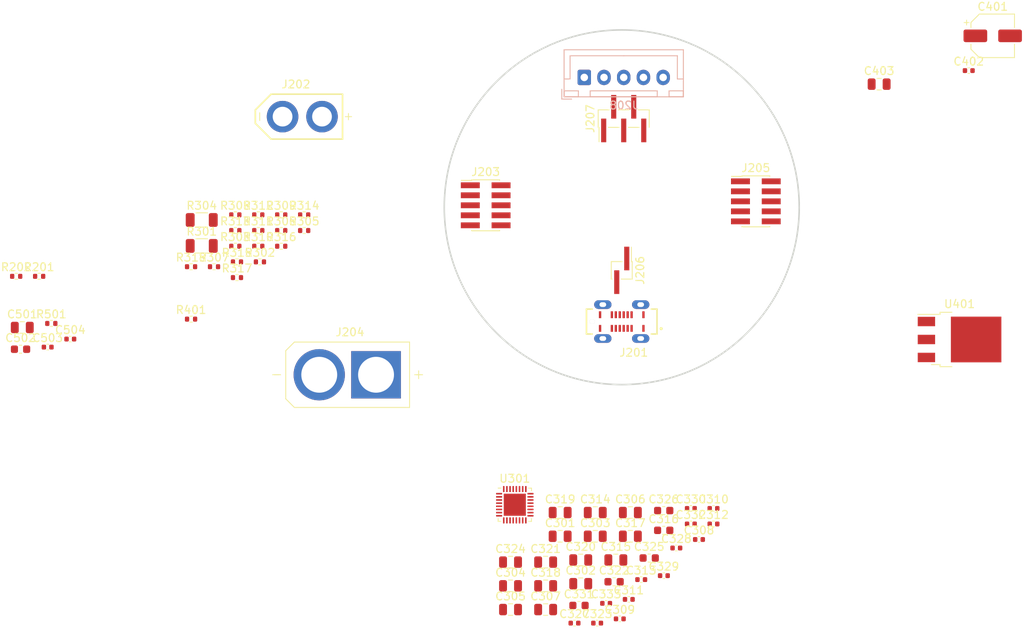
<source format=kicad_pcb>
(kicad_pcb (version 20211014) (generator pcbnew)
  (layers (0 "F.Cu" signal) (31 "B.Cu" signal) (34 "B.Paste" user) (35 "F.Paste" user) (36 "B.SilkS" user "B.Silkscreen") (37 "F.SilkS" user "F.Silkscreen") (38 "B.Mask" user) (39 "F.Mask" user) (44 "Edge.Cuts" user))
  (net 0 "")
  (net 1 "VBUS")
  (net 2 "GND")
  (net 3 "/P3-Charger/ACP")
  (net 4 "/P3-Charger/ACN")
  (net 5 "/P3-Charger/VBUS-ps")
  (net 6 "/P3-Charger/SW1")
  (net 7 "/P3-Charger/BTST1")
  (net 8 "/P3-Charger/SW2")
  (net 9 "/P3-Charger/BTST2")
  (net 10 "VOUT")
  (net 11 "/P3-Charger/VBAT-ps")
  (net 12 "+BATT")
  (net 13 "/P3-Charger/VBUS-in")
  (net 14 "/P3-Charger/VDDA")
  (net 15 "/P3-Charger/COMP1")
  (net 16 "/P3-Charger/COMP1RC")
  (net 17 "/P3-Charger/COMP2")
  (net 18 "/P3-Charger/COMP2RC")
  (net 19 "/P3-Charger/REGN")
  (net 20 "BQ_IADPT")
  (net 21 "BQ_IBAT")
  (net 22 "+3.3V")
  (net 23 "/P2-Connectors/VBUS_connector")
  (net 24 "CC1")
  (net 25 "/P2-Connectors/USB-P")
  (net 26 "/P2-Connectors/USB-N")
  (net 28 "CC2")
  (net 31 "+3V3")
  (net 32 "SDA")
  (net 33 "SCL")
  (net 34 "TUS_INT_N")
  (net 35 "BQ_CHRG_OK")
  (net 36 "BQ_EN_OTG")
  (net 37 "BQ_CMPOUT")
  (net 38 "Net-(R310-Pad1)")
  (net 41 "/P3-Charger/CELL_BATPRESZ")
  (net 42 "/P3-Charger/SRN")
  (net 43 "/P3-Charger/SRP")
  (net 44 "/P3-Charger/!BATDRV")
  (net 45 "/P3-Charger/HIDRV2")
  (net 46 "/P3-Charger/LODRV2")
  (net 47 "/P3-Charger/LODRV1")
  (net 48 "/P3-Charger/HIDRV1")
  (net 53 "/P2-Connectors/Cell4")
  (net 54 "/P2-Connectors/Cell3")
  (net 55 "/P2-Connectors/Cell2")
  (net 56 "/P2-Connectors/Cell1")
  (net 57 "Net-(D401-Pad2)")
  (footprint "Capacitor_SMD:C_0603_1608Metric" (layer "F.Cu") (at 155.32 138.48)
    (fp_text reference "C326" (at 0 -1.43) (layer "F.SilkS"))
    (fp_text value "1u")
    (pad "1" smd roundrect (at -0.775 0) (size 0.9 0.95) (layers "F.Cu" "F.Paste" "F.Mask") (net 14 "/P3-Charger/VDDA"))
    (pad "2" smd roundrect (at 0.775 0) (size 0.9 0.95) (layers "F.Cu" "F.Paste" "F.Mask") (net 2 "GND"))
  )
  (footprint "Capacitor_SMD:C_0805_2012Metric" (layer "F.Cu") (at 135.9 148.03)
    (fp_text reference "C304" (at 0 -1.68) (layer "F.SilkS"))
    (fp_text value "10u")
    (pad "1" smd roundrect (at -0.95 0) (size 1 1.45) (layers "F.Cu" "F.Paste" "F.Mask") (net 1 "VBUS"))
    (pad "2" smd roundrect (at 0.95 0) (size 1 1.45) (layers "F.Cu" "F.Paste" "F.Mask") (net 2 "GND"))
  )
  (footprint "Capacitor_SMD:C_0805_2012Metric" (layer "F.Cu") (at 140.35 145.02)
    (fp_text reference "C321" (at 0 -1.68) (layer "F.SilkS"))
    (fp_text value "10u")
    (pad "1" smd roundrect (at -0.95 0) (size 1 1.45) (layers "F.Cu" "F.Paste" "F.Mask") (net 2 "GND"))
    (pad "2" smd roundrect (at 0.95 0) (size 1 1.45) (layers "F.Cu" "F.Paste" "F.Mask") (net 10 "VOUT"))
  )
  (footprint "Capacitor_SMD:C_0402_1005Metric" (layer "F.Cu") (at 149.75 152.22)
    (fp_text reference "C309" (at 0 -1.16) (layer "F.SilkS"))
    (fp_text value "33n")
    (pad "1" smd roundrect (at -0.48 0) (size 0.56 0.62) (layers "F.Cu" "F.Paste" "F.Mask") (net 4 "/P3-Charger/ACN"))
    (pad "2" smd roundrect (at 0.48 0) (size 0.56 0.62) (layers "F.Cu" "F.Paste" "F.Mask") (net 2 "GND"))
  )
  (footprint "Resistor_SMD:R_0402_1005Metric" (layer "F.Cu") (at 106.83 100.96)
    (fp_text reference "R309" (at 0 -1.17) (layer "F.SilkS"))
    (fp_text value "100k")
    (pad "1" smd roundrect (at -0.51 0) (size 0.54 0.64) (layers "F.Cu" "F.Paste" "F.Mask") (net 41 "/P3-Charger/CELL_BATPRESZ"))
    (pad "2" smd roundrect (at 0.51 0) (size 0.54 0.64) (layers "F.Cu" "F.Paste" "F.Mask") (net 14 "/P3-Charger/VDDA"))
  )
  (footprint "Resistor_SMD:R_1206_3216Metric" (layer "F.Cu") (at 96.75 104.9)
    (fp_text reference "R301" (at 0 -1.82) (layer "F.SilkS"))
    (fp_text value "10m")
    (pad "1" smd roundrect (at -1.4625 0) (size 1.125 1.75) (layers "F.Cu" "F.Paste" "F.Mask") (roundrect_rratio 0.222222) (net 1 "VBUS"))
    (pad "2" smd roundrect (at 1.4625 0) (size 1.125 1.75) (layers "F.Cu" "F.Paste" "F.Mask") (roundrect_rratio 0.222222) (net 5 "/P3-Charger/VBUS-ps"))
  )
  (footprint "Capacitor_SMD:C_0402_1005Metric" (layer "F.Cu") (at 156.92 143.23)
    (fp_text reference "C328" (at 0 -1.16) (layer "F.SilkS"))
    (fp_text value "1800p")
    (pad "1" smd roundrect (at -0.48 0) (size 0.56 0.62) (layers "F.Cu" "F.Paste" "F.Mask") (net 16 "/P3-Charger/COMP1RC"))
    (pad "2" smd roundrect (at 0.48 0) (size 0.56 0.62) (layers "F.Cu" "F.Paste" "F.Mask") (net 2 "GND"))
  )
  (footprint "Resistor_SMD:R_0402_1005Metric" (layer "F.Cu") (at 101.01 102.95)
    (fp_text reference "R313" (at 0 -1.17) (layer "F.SilkS"))
    (fp_text value "100k")
    (pad "1" smd roundrect (at -0.51 0) (size 0.54 0.64) (layers "F.Cu" "F.Paste" "F.Mask") (net 2 "GND"))
    (pad "2" smd roundrect (at 0.51 0) (size 0.54 0.64) (layers "F.Cu" "F.Paste" "F.Mask") (net 36 "BQ_EN_OTG"))
  )
  (footprint "Capacitor_SMD:C_0402_1005Metric" (layer "F.Cu") (at 144.01 152.76)
    (fp_text reference "C327" (at 0 -1.16) (layer "F.SilkS"))
    (fp_text value "33p")
    (pad "1" smd roundrect (at -0.48 0) (size 0.56 0.62) (layers "F.Cu" "F.Paste" "F.Mask") (net 15 "/P3-Charger/COMP1"))
    (pad "2" smd roundrect (at 0.48 0) (size 0.56 0.62) (layers "F.Cu" "F.Paste" "F.Mask") (net 2 "GND"))
  )
  (footprint "Resistor_SMD:R_0402_1005Metric" (layer "F.Cu") (at 106.83 102.95)
    (fp_text reference "R306" (at 0 -1.17) (layer "F.SilkS"))
    (fp_text value "10R")
    (pad "1" smd roundrect (at -0.51 0) (size 0.54 0.64) (layers "F.Cu" "F.Paste" "F.Mask") (net 42 "/P3-Charger/SRN"))
    (pad "2" smd roundrect (at 0.51 0) (size 0.54 0.64) (layers "F.Cu" "F.Paste" "F.Mask") (net 12 "+BATT"))
  )
  (footprint "Capacitor_SMD:C_0402_1005Metric" (layer "F.Cu") (at 193.99 82.66)
    (fp_text reference "C402" (at 0 -1.16) (layer "F.SilkS"))
    (fp_text value "100n")
    (pad "1" smd roundrect (at -0.48 0) (size 0.56 0.62) (layers "F.Cu" "F.Paste" "F.Mask") (net 10 "VOUT"))
    (pad "2" smd roundrect (at 0.48 0) (size 0.56 0.62) (layers "F.Cu" "F.Paste" "F.Mask") (net 2 "GND"))
  )
  (footprint "Resistor_SMD:R_0402_1005Metric" (layer "F.Cu") (at 103.92 102.95)
    (fp_text reference "R311" (at 0 -1.17) (layer "F.SilkS"))
    (fp_text value "300k")
    (pad "1" smd roundrect (at -0.51 0) (size 0.54 0.64) (layers "F.Cu" "F.Paste" "F.Mask") (net 2 "GND"))
    (pad "2" smd roundrect (at 0.51 0) (size 0.54 0.64) (layers "F.Cu" "F.Paste" "F.Mask") (net 41 "/P3-Charger/CELL_BATPRESZ"))
  )
  (footprint "Capacitor_SMD:C_0402_1005Metric" (layer "F.Cu") (at 77.22 117.74)
    (fp_text reference "C503" (at 0 -1.16) (layer "F.SilkS"))
    (fp_text value "220p")
    (pad "1" smd roundrect (at -0.48 0) (size 0.56 0.62) (layers "F.Cu" "F.Paste" "F.Mask") (net 24 "CC1"))
    (pad "2" smd roundrect (at 0.48 0) (size 0.56 0.62) (layers "F.Cu" "F.Paste" "F.Mask") (net 2 "GND"))
  )
  (footprint "Resistor_SMD:R_0402_1005Metric" (layer "F.Cu") (at 104.13 106.93)
    (fp_text reference "R302" (at 0 -1.17) (layer "F.SilkS"))
    (fp_text value "4R99")
    (pad "1" smd roundrect (at -0.51 0) (size 0.54 0.64) (layers "F.Cu" "F.Paste" "F.Mask") (net 3 "/P3-Charger/ACP"))
    (pad "2" smd roundrect (at 0.51 0) (size 0.54 0.64) (layers "F.Cu" "F.Paste" "F.Mask") (net 1 "VBUS"))
  )
  (footprint "Imported:GCT_USB4120-03-C_REVA" (layer "F.Cu") (at 150 114.5 180)
    (fp_text reference "J201" (at -1.524 -3.937) (layer "F.SilkS"))
    (fp_text value "USB-C-2.0")
    (fp_line (start 3.85 0.26) (end 3.65 0.26) (layer "Edge.Cuts") (width 0.01))
    (fp_line (start 3.65 -0.26) (end 3.85 -0.26) (layer "Edge.Cuts") (width 0.01))
    (fp_arc (start 4.11 0) (mid 4.033848 0.183848) (end 3.85 0.26) (layer "Edge.Cuts") (width 0.01))
    (fp_arc (start 3.65 0.26) (mid 3.466152 0.183848) (end 3.39 0) (layer "Edge.Cuts") (width 0.01))
    (fp_arc (start 3.85 -0.26) (mid 4.033848 -0.183848) (end 4.11 0) (layer "Edge.Cuts") (width 0.01))
    (fp_arc (start 3.39 0) (mid 3.466152 -0.183848) (end 3.65 -0.26) (layer "Edge.Cuts") (width 0.01))
    (pad "" np_thru_hole circle (at 3.75 0 180) (size 0.52 0.52) (drill 0.52) (layers *.Cu *.Mask))
    (pad "" np_thru_hole circle (at -3.75 0 180) (size 0.52 0.52) (drill 0.52) (layers *.Cu *.Mask))
    (pad "A1" smd rect (at -2.75 -0.865 180) (size 0.3 0.87) (layers "F.Cu" "F.Paste" "F.Mask") (net 2 "GND"))
    (pad "A4" smd rect (at -1.25 -0.865 180) (size 0.3 0.87) (layers "F.Cu" "F.Paste" "F.Mask") (net 23 "/P2-Connectors/VBUS_connector"))
    (pad "A5" smd rect (at -0.75 -0.865 180) (size 0.3 0.87) (layers "F.Cu" "F.Paste" "F.Mask") (net 24 "CC1"))
    (pad "A6" smd rect (at -0.25 -0.865 180) (size 0.3 0.87) (layers "F.Cu" "F.Paste" "F.Mask") (net 25 "/P2-Connectors/USB-P"))
    (pad "A7" smd rect (at 0.25 -0.865 180) (size 0.3 0.87) (layers "F.Cu" "F.Paste" "F.Mask") (net 26 "/P2-Connectors/USB-N"))
    (pad "A8" smd rect (at 0.75 -0.865 180) (size 0.3 0.87) (layers "F.Cu" "F.Paste" "F.Mask"))
    (pad "A9" smd rect (at 1.25 -0.865 180) (size 0.3 0.87) (layers "F.Cu" "F.Paste" "F.Mask") (net 23 "/P2-Connectors/VBUS_connector"))
    (pad "A12" smd rect (at 2.75 -0.865 180) (size 0.3 0.87) (layers "F.Cu" "F.Paste" "F.Mask") (net 2 "GND"))
    (pad "B1" smd rect (at 2.75 0.865 180) (size 0.3 0.87) (layers "F.Cu" "F.Paste" "F.Mask") (net 2 "GND"))
    (pad "B4" smd rect (at 1.25 0.865 180) (size 0.3 0.87) (layers "F.Cu" "F.Paste" "F.Mask") (net 23 "/P2-Connectors/VBUS_connector"))
    (pad "B5" smd rect (at 0.75 0.865 180) (size 0.3 0.87) (layers "F.Cu" "F.Paste" "F.Mask") (net 28 "CC2"))
    (pad "B6" smd rect (at 0.25 0.865 180) (size 0.3 0.87) (layers "F.Cu" "F.Paste" "F.Mask") (net 25 "/P2-Connectors/USB-P"))
    (pad "B7" smd rect (at -0.25 0.865 180) (size 0.3 0.87) (layers "F.Cu" "F.Paste" "F.Mask") (net 26 "/P2-Connectors/USB-N"))
    (pad "B8" smd rect (at -0.75 0.865 180) (size 0.3 0.87) (layers "F.Cu" "F.Paste" "F.Mask"))
    (pad "B9" smd rect (at -1.25 0.865 180) (size 0.3 0.87) (layers "F.Cu" "F.Paste" "F.Mask") (net 23 "/P2-Connectors/VBUS_connector"))
    (pad "B12" smd rect (at -2.75 0.865 180) (size 0.3 0.87) (layers "F.Cu" "F.Paste" "F.Mask") (net 2 "GND"))
    (pad "S1" thru_hole oval (at -2.4 -2.15 180) (size 2.2 1.1) (drill oval 0.85 0.6) (layers *.Cu *.Mask))
    (pad "S2" thru_hole oval (at -2.4 2.15 180) (size 2.2 1.1) (drill oval 0.85 0.6) (layers *.Cu *.Mask))
    (pad "S3" thru_hole oval (at 2.4 -2.15 180) (size 2.2 1.1) (drill oval 0.85 0.6) (layers *.Cu *.Mask))
    (pad "S4" thru_hole oval (at 2.4 2.15 180) (size 2.2 1.1) (drill oval 0.85 0.6) (layers *.Cu *.Mask))
  )
  (footprint "Capacitor_SMD:C_0805_2012Metric" (layer "F.Cu") (at 149.25 144.75)
    (fp_text reference "C315" (at 0 -1.68) (layer "F.SilkS"))
    (fp_text value "10u")
    (pad "1" smd roundrect (at -0.95 0) (size 1 1.45) (layers "F.Cu" "F.Paste" "F.Mask") (net 2 "GND"))
    (pad "2" smd roundrect (at 0.95 0) (size 1 1.45) (layers "F.Cu" "F.Paste" "F.Mask") (net 10 "VOUT"))
  )
  (footprint "Capacitor_SMD:C_0402_1005Metric" (layer "F.Cu") (at 80.09 116.72)
    (fp_text reference "C504" (at 0 -1.16) (layer "F.SilkS"))
    (fp_text value "220p")
    (pad "1" smd roundrect (at -0.48 0) (size 0.56 0.62) (layers "F.Cu" "F.Paste" "F.Mask") (net 28 "CC2"))
    (pad "2" smd roundrect (at 0.48 0) (size 0.56 0.62) (layers "F.Cu" "F.Paste" "F.Mask") (net 2 "GND"))
  )
  (footprint "Capacitor_SMD:C_0603_1608Metric" (layer "F.Cu") (at 155.32 140.99)
    (fp_text reference "C316" (at 0 -1.43) (layer "F.SilkS"))
    (fp_text value "10u")
    (pad "1" smd roundrect (at -0.775 0) (size 0.9 0.95) (layers "F.Cu" "F.Paste" "F.Mask") (net 2 "GND"))
    (pad "2" smd roundrect (at 0.775 0) (size 0.9 0.95) (layers "F.Cu" "F.Paste" "F.Mask") (net 10 "VOUT"))
  )
  (footprint "Capacitor_SMD:C_0402_1005Metric" (layer "F.Cu") (at 158.76 140.18)
    (fp_text reference "C332" (at 0 -1.16) (layer "F.SilkS"))
    (fp_text value "100p")
    (pad "1" smd roundrect (at -0.48 0) (size 0.56 0.62) (layers "F.Cu" "F.Paste" "F.Mask") (net 20 "BQ_IADPT"))
    (pad "2" smd roundrect (at 0.48 0) (size 0.56 0.62) (layers "F.Cu" "F.Paste" "F.Mask") (net 2 "GND"))
  )
  (footprint "Capacitor_SMD:C_0805_2012Metric" (layer "F.Cu") (at 135.9 145.02)
    (fp_text reference "C324" (at 0 -1.68) (layer "F.SilkS"))
    (fp_text value "10u")
    (pad "1" smd roundrect (at -0.95 0) (size 1 1.45) (layers "F.Cu" "F.Paste" "F.Mask") (net 12 "+BATT"))
    (pad "2" smd roundrect (at 0.95 0) (size 1 1.45) (layers "F.Cu" "F.Paste" "F.Mask") (net 2 "GND"))
  )
  (footprint "Resistor_SMD:R_0402_1005Metric" (layer "F.Cu") (at 98.31 107.54)
    (fp_text reference "R307" (at 0 -1.17) (layer "F.SilkS"))
    (fp_text value "10R")
    (pad "1" smd roundrect (at -0.51 0) (size 0.54 0.64) (layers "F.Cu" "F.Paste" "F.Mask") (net 1 "VBUS"))
    (pad "2" smd roundrect (at 0.51 0) (size 0.54 0.64) (layers "F.Cu" "F.Paste" "F.Mask") (net 13 "/P3-Charger/VBUS-in"))
  )
  (footprint "Resistor_SMD:R_0402_1005Metric" (layer "F.Cu") (at 101.01 104.94)
    (fp_text reference "R303" (at 0 -1.17) (layer "F.SilkS"))
    (fp_text value "4R99")
    (pad "1" smd roundrect (at -0.51 0) (size 0.54 0.64) (layers "F.Cu" "F.Paste" "F.Mask") (net 4 "/P3-Charger/ACN"))
    (pad "2" smd roundrect (at 0.51 0) (size 0.54 0.64) (layers "F.Cu" "F.Paste" "F.Mask") (net 5 "/P3-Charger/VBUS-ps"))
  )
  (footprint "Capacitor_SMD:C_0603_1608Metric" (layer "F.Cu") (at 144.58 150.52)
    (fp_text reference "C331" (at 0 -1.43) (layer "F.SilkS"))
    (fp_text value "2u2")
    (pad "1" smd roundrect (at -0.775 0) (size 0.9 0.95) (layers "F.Cu" "F.Paste" "F.Mask") (net 19 "/P3-Charger/REGN"))
    (pad "2" smd roundrect (at 0.775 0) (size 0.9 0.95) (layers "F.Cu" "F.Paste" "F.Mask") (net 2 "GND"))
  )
  (footprint "Resistor_SMD:R_0402_1005Metric" (layer "F.Cu") (at 101.22 106.93)
    (fp_text reference "R315" (at 0 -1.17) (layer "F.SilkS"))
    (fp_text value "10k")
    (pad "1" smd roundrect (at -0.51 0) (size 0.54 0.64) (layers "F.Cu" "F.Paste" "F.Mask") (net 18 "/P3-Charger/COMP2RC"))
    (pad "2" smd roundrect (at 0.51 0) (size 0.54 0.64) (layers "F.Cu" "F.Paste" "F.Mask") (net 17 "/P3-Charger/COMP2"))
  )
  (footprint "Capacitor_SMD:C_0805_2012Metric" (layer "F.Cu") (at 135.9 151.04)
    (fp_text reference "C305" (at 0 -1.68) (layer "F.SilkS"))
    (fp_text value "10u")
    (pad "1" smd roundrect (at -0.95 0) (size 1 1.45) (layers "F.Cu" "F.Paste" "F.Mask") (net 1 "VBUS"))
    (pad "2" smd roundrect (at 0.95 0) (size 1 1.45) (layers "F.Cu" "F.Paste" "F.Mask") (net 2 "GND"))
  )
  (footprint "Capacitor_SMD:C_0402_1005Metric" (layer "F.Cu") (at 161.63 140.18)
    (fp_text reference "C312" (at 0 -1.16) (layer "F.SilkS"))
    (fp_text value "47n")
    (pad "1" smd roundrect (at -0.48 0) (size 0.56 0.62) (layers "F.Cu" "F.Paste" "F.Mask") (net 6 "/P3-Charger/SW1"))
    (pad "2" smd roundrect (at 0.48 0) (size 0.56 0.62) (layers "F.Cu" "F.Paste" "F.Mask") (net 7 "/P3-Charger/BTST1"))
  )
  (footprint "Package_TO_SOT_SMD:TO-252-3_TabPin4" (layer "F.Cu") (at 192.825 116.775)
    (fp_text reference "U401" (at 0 -4.5) (layer "F.SilkS"))
    (fp_text value "BD433M5FP")
    (pad "1" smd rect (at -4.2 -2.28) (size 2.2 1.2) (layers "F.Cu" "F.Paste" "F.Mask") (net 10 "VOUT"))
    (pad "2" smd rect (at -4.2 0) (size 2.2 1.2) (layers "F.Cu" "F.Paste" "F.Mask"))
    (pad "3" smd rect (at -4.2 2.28) (size 2.2 1.2) (layers "F.Cu" "F.Paste" "F.Mask") (net 22 "+3.3V"))
    (pad "4" smd rect (at 2.1 0) (size 6.4 5.8) (layers "F.Cu" "F.Mask") (net 2 "GND"))
  )
  (footprint "Connector_PinHeader_1.27mm:PinHeader_2x05_P1.27mm_Vertical_SMD" (layer "F.Cu") (at 167 99.25)
    (fp_text reference "J205" (at 0 -4.235) (layer "F.SilkS"))
    (fp_text value "Conn_02x05")
    (pad "1" smd rect (at -1.95 -2.54) (size 2.4 0.74) (layers "F.Cu" "F.Paste" "F.Mask") (net 31 "+3V3"))
    (pad "2" smd rect (at 1.95 -2.54) (size 2.4 0.74) (layers "F.Cu" "F.Paste" "F.Mask") (net 31 "+3V3"))
    (pad "3" smd rect (at -1.95 -1.27) (size 2.4 0.74) (layers "F.Cu" "F.Paste" "F.Mask") (net 21 "BQ_IBAT"))
    (pad "4" smd rect (at 1.95 -1.27) (size 2.4 0.74) (layers "F.Cu" "F.Paste" "F.Mask") (net 36 "BQ_EN_OTG"))
    (pad "5" smd rect (at -1.95 0) (size 2.4 0.74) (layers "F.Cu" "F.Paste" "F.Mask") (net 2 "GND"))
    (pad "6" smd rect (at 1.95 0) (size 2.4 0.74) (layers "F.Cu" "F.Paste" "F.Mask") (net 2 "GND"))
    (pad "7" smd rect (at -1.95 1.27) (size 2.4 0.74) (layers "F.Cu" "F.Paste" "F.Mask") (net 20 "BQ_IADPT"))
    (pad "8" smd rect (at 1.95 1.27) (size 2.4 0.74) (layers "F.Cu" "F.Paste" "F.Mask") (net 37 "BQ_CMPOUT"))
    (pad "9" smd rect (at -1.95 2.54) (size 2.4 0.74) (layers "F.Cu" "F.Paste" "F.Mask") (net 2 "GND"))
    (pad "10" smd rect (at 1.95 2.54) (size 2.4 0.74) (layers "F.Cu" "F.Paste" "F.Mask") (net 2 "GND"))
  )
  (footprint "Resistor_SMD:R_0402_1005Metric" (layer "F.Cu") (at 103.92 100.96)
    (fp_text reference "R312" (at 0 -1.17) (layer "F.SilkS"))
    (fp_text value "100k")
    (pad "1" smd roundrect (at -0.51 0) (size 0.54 0.64) (layers "F.Cu" "F.Paste" "F.Mask") (net 2 "GND"))
    (pad "2" smd roundrect (at 0.51 0) (size 0.54 0.64) (layers "F.Cu" "F.Paste" "F.Mask") (net 38 "Net-(R310-Pad1)"))
  )
  (footprint "Capacitor_SMD:C_0805_2012Metric" (layer "F.Cu") (at 142.19 138.73)
    (fp_text reference "C319" (at 0 -1.68) (layer "F.SilkS"))
    (fp_text value "10u")
    (pad "1" smd roundrect (at -0.95 0) (size 1 1.45) (layers "F.Cu" "F.Paste" "F.Mask") (net 2 "GND"))
    (pad "2" smd roundrect (at 0.95 0) (size 1 1.45) (layers "F.Cu" "F.Paste" "F.Mask") (net 10 "VOUT"))
  )
  (footprint "Capacitor_SMD:C_0805_2012Metric" (layer "F.Cu") (at 140.35 151.04)
    (fp_text reference "C307" (at 0 -1.68) (layer "F.SilkS"))
    (fp_text value "10u")
    (pad "1" smd roundrect (at -0.95 0) (size 1 1.45) (layers "F.Cu" "F.Paste" "F.Mask") (net 1 "VBUS"))
    (pad "2" smd roundrect (at 0.95 0) (size 1 1.45) (layers "F.Cu" "F.Paste" "F.Mask") (net 2 "GND"))
  )
  (footprint "Capacitor_SMD:C_0402_1005Metric" (layer "F.Cu") (at 158.76 138.21)
    (fp_text reference "C330" (at 0 -1.16) (layer "F.SilkS"))
    (fp_text value "680p")
    (pad "1" smd roundrect (at -0.48 0) (size 0.56 0.62) (layers "F.Cu" "F.Paste" "F.Mask") (net 18 "/P3-Charger/COMP2RC"))
    (pad "2" smd roundrect (at 0.48 0) (size 0.56 0.62) (layers "F.Cu" "F.Paste" "F.Mask") (net 2 "GND"))
  )
  (footprint "Capacitor_SMD:C_0402_1005Metric" (layer "F.Cu") (at 148.02 150.25)
    (fp_text reference "C333" (at 0 -1.16) (layer "F.SilkS"))
    (fp_text value "100p")
    (pad "1" smd roundrect (at -0.48 0) (size 0.56 0.62) (layers "F.Cu" "F.Paste" "F.Mask") (net 21 "BQ_IBAT"))
    (pad "2" smd roundrect (at 0.48 0) (size 0.56 0.62) (layers "F.Cu" "F.Paste" "F.Mask") (net 2 "GND"))
  )
  (footprint "Capacitor_SMD:C_0402_1005Metric" (layer "F.Cu") (at 155.34 146.74)
    (fp_text reference "C329" (at 0 -1.16) (layer "F.SilkS"))
    (fp_text value "15p")
    (pad "1" smd roundrect (at -0.48 0) (size 0.56 0.62) (layers "F.Cu" "F.Paste" "F.Mask") (net 17 "/P3-Charger/COMP2"))
    (pad "2" smd roundrect (at 0.48 0) (size 0.56 0.62) (layers "F.Cu" "F.Paste" "F.Mask") (net 2 "GND"))
  )
  (footprint "Capacitor_SMD:C_0402_1005Metric" (layer "F.Cu") (at 159.79 142.15)
    (fp_text reference "C308" (at 0 -1.16) (layer "F.SilkS"))
    (fp_text value "33n")
    (pad "1" smd roundrect (at -0.48 0) (size 0.56 0.62) (layers "F.Cu" "F.Paste" "F.Mask") (net 3 "/P3-Charger/ACP"))
    (pad "2" smd roundrect (at 0.48 0) (size 0.56 0.62) (layers "F.Cu" "F.Paste" "F.Mask") (net 2 "GND"))
  )
  (footprint "Connector_PinHeader_1.27mm:PinHeader_1x02_P1.27mm_Vertical_SMD_Pin1Left" (layer "F.Cu") (at 150 108 -90)
    (fp_text reference "J206" (at 0 -2.33 90) (layer "F.SilkS"))
    (fp_text value "Conn_01x02_Male")
    (pad "1" smd rect (at -1.5 -0.635 270) (size 3 0.65) (layers "F.Cu" "F.Paste" "F.Mask") (net 26 "/P2-Connectors/USB-N"))
    (pad "2" smd rect (at 1.5 0.635 270) (size 3 0.65) (layers "F.Cu" "F.Paste" "F.Mask") (net 25 "/P2-Connectors/USB-P"))
  )
  (footprint "Resistor_SMD:R_1206_3216Metric" (layer "F.Cu") (at 96.75 101.61)
    (fp_text reference "R304" (at 0 -1.82) (layer "F.SilkS"))
    (fp_text value "10m")
    (pad "1" smd roundrect (at -1.4625 0) (size 1.125 1.75) (layers "F.Cu" "F.Paste" "F.Mask") (roundrect_rratio 0.222222) (net 11 "/P3-Charger/VBAT-ps"))
    (pad "2" smd roundrect (at 1.4625 0) (size 1.125 1.75) (layers "F.Cu" "F.Paste" "F.Mask") (roundrect_rratio 0.222222) (net 12 "+BATT"))
  )
  (footprint "Capacitor_SMD:C_0805_2012Metric" (layer "F.Cu") (at 144.8 147.76)
    (fp_text reference "C302" (at 0 -1.68) (layer "F.SilkS"))
    (fp_text value "10u")
    (pad "1" smd roundrect (at -0.95 0) (size 1 1.45) (layers "F.Cu" "F.Paste" "F.Mask") (net 1 "VBUS"))
    (pad "2" smd roundrect (at 0.95 0) (size 1 1.45) (layers "F.Cu" "F.Paste" "F.Mask") (net 2 "GND"))
  )
  (footprint "Capacitor_SMD:C_0603_1608Metric" (layer "F.Cu") (at 153.48 144.5)
    (fp_text reference "C325" (at 0 -1.43) (layer "F.SilkS"))
    (fp_text value "1u")
    (pad "1" smd roundrect (at -0.775 0) (size 0.9 0.95) (layers "F.Cu" "F.Paste" "F.Mask") (net 13 "/P3-Charger/VBUS-in"))
    (pad "2" smd roundrect (at 0.775 0) (size 0.9 0.95) (layers "F.Cu" "F.Paste" "F.Mask") (net 2 "GND"))
  )
  (footprint "Capacitor_SMD:CP_Elec_5x5.3" (layer "F.Cu") (at 197.03 78.25)
    (fp_text reference "C401" (at 0 -3.7) (layer "F.SilkS"))
    (fp_text value "22u")
    (pad "1" smd roundrect (at -2.2 0) (size 3 1.6) (layers "F.Cu" "F.Paste" "F.Mask") (roundrect_rratio 0.15625) (net 10 "VOUT"))
    (pad "2" smd roundrect (at 2.2 0) (size 3 1.6) (layers "F.Cu" "F.Paste" "F.Mask") (roundrect_rratio 0.15625) (net 2 "GND"))
  )
  (footprint "Capacitor_SMD:C_0805_2012Metric" (layer "F.Cu") (at 151.09 138.73)
    (fp_text reference "C306" (at 0 -1.68) (layer "F.SilkS"))
    (fp_text value "10u")
    (pad "1" smd roundrect (at -0.95 0) (size 1 1.45) (layers "F.Cu" "F.Paste" "F.Mask") (net 1 "VBUS"))
    (pad "2" smd roundrect (at 0.95 0) (size 1 1.45) (layers "F.Cu" "F.Paste" "F.Mask") (net 2 "GND"))
  )
  (footprint "Resistor_SMD:R_0402_1005Metric" (layer "F.Cu") (at 103.92 104.94)
    (fp_text reference "R310" (at 0 -1.17) (layer "F.SilkS"))
    (fp_text value "174k")
    (pad "1" smd roundrect (at -0.51 0) (size 0.54 0.64) (layers "F.Cu" "F.Paste" "F.Mask") (net 38 "Net-(R310-Pad1)"))
    (pad "2" smd roundrect (at 0.51 0) (size 0.54 0.64) (layers "F.Cu" "F.Paste" "F.Mask") (net 14 "/P3-Charger/VDDA"))
  )
  (footprint "Capacitor_SMD:C_0603_1608Metric" (layer "F.Cu") (at 149.03 147.51)
    (fp_text reference "C322" (at 0 -1.43) (layer "F.SilkS"))
    (fp_text value "1u")
    (pad "1" smd roundrect (at -0.775 0) (size 0.9 0.95) (layers "F.Cu" "F.Paste" "F.Mask") (net 11 "/P3-Charger/VBAT-ps"))
    (pad "2" smd roundrect (at 0.775 0) (size 0.9 0.95) (layers "F.Cu" "F.Paste" "F.Mask") (net 2 "GND"))
  )
  (footprint "Eldalote-footprints:XT60" (layer "F.Cu") (at 115.25 121.25)
    (fp_text reference "J204" (at 0.3 -5.4 unlocked) (layer "F.SilkS"))
    (fp_text value "XT60")
    (pad "N" thru_hole circle (at -3.6 0) (size 6.5 6.5) (drill 4.55) (layers *.Cu *.Mask) (net 2 "GND"))
    (pad "P" thru_hole rect (at 3.6 0) (size 6.3 6) (drill 4.55) (layers *.Cu *.Mask) (net 12 "+BATT"))
  )
  (footprint "Capacitor_SMD:C_0805_2012Metric" (layer "F.Cu") (at 142.19 141.74)
    (fp_text reference "C301" (at 0 -1.68) (layer "F.SilkS"))
    (fp_text value "10u")
    (pad "1" smd roundrect (at -0.95 0) (size 1 1.45) (layers "F.Cu" "F.Paste" "F.Mask") (net 1 "VBUS"))
    (pad "2" smd roundrect (at 0.95 0) (size 1 1.45) (layers "F.Cu" "F.Paste" "F.Mask") (net 2 "GND"))
  )
  (footprint "Capacitor_SMD:C_0402_1005Metric" (layer "F.Cu") (at 161.63 138.21)
    (fp_text reference "C310" (at 0 -1.16) (layer "F.SilkS"))
    (fp_text value "10n")
    (pad "1" smd roundrect (at -0.48 0) (size 0.56 0.62) (layers "F.Cu" "F.Paste" "F.Mask") (net 5 "/P3-Charger/VBUS-ps"))
    (pad "2" smd roundrect (at 0.48 0) (size 0.56 0.62) (layers "F.Cu" "F.Paste" "F.Mask") (net 2 "GND"))
  )
  (footprint "Capacitor_SMD:C_0603_1608Metric" (layer "F.Cu") (at 73.78 118.01)
    (fp_text reference "C502" (at 0 -1.43) (layer "F.SilkS"))
    (fp_text value "1u")
    (pad "1" smd roundrect (at -0.775 0) (size 0.9 0.95) (layers "F.Cu" "F.Paste" "F.Mask") (net 22 "+3.3V"))
    (pad "2" smd roundrect (at 0.775 0) (size 0.9 0.95) (layers "F.Cu" "F.Paste" "F.Mask") (net 2 "GND"))
  )
  (footprint "Capacitor_SMD:C_0805_2012Metric" (layer "F.Cu") (at 146.64 141.74)
    (fp_text reference "C303" (at 0 -1.68) (layer "F.SilkS"))
    (fp_text value "10u")
    (pad "1" smd roundrect (at -0.95 0) (size 1 1.45) (layers "F.Cu" "F.Paste" "F.Mask") (net 1 "VBUS"))
    (pad "2" smd roundrect (at 0.95 0) (size 1 1.45) (layers "F.Cu" "F.Paste" "F.Mask") (net 2 "GND"))
  )
  (footprint "Capacitor_SMD:C_0402_1005Metric" (layer "F.Cu") (at 146.88 152.76)
    (fp_text reference "C323" (at 0 -1.16) (layer "F.SilkS"))
    (fp_text value "100n")
    (pad "1" smd roundrect (at -0.48 0) (size 0.56 0.62) (layers "F.Cu" "F.Paste" "F.Mask") (net 11 "/P3-Charger/VBAT-ps"))
    (pad "2" smd roundrect (at 0.48 0) (size 0.56 0.62) (layers "F.Cu" "F.Paste" "F.Mask") (net 12 "+BATT"))
  )
  (footprint "Capacitor_SMD:C_0805_2012Metric" (layer "F.Cu") (at 140.35 148.03)
    (fp_text reference "C318" (at 0 -1.68) (layer "F.SilkS"))
    (fp_text value "10u")
    (pad "1" smd roundrect (at -0.95 0) (size 1 1.45) (layers "F.Cu" "F.Paste" "F.Mask") (net 2 "GND"))
    (pad "2" smd roundrect (at 0.95 0) (size 1 1.45) (layers "F.Cu" "F.Paste" "F.Mask") (net 10 "VOUT"))
  )
  (footprint "Resistor_SMD:R_0402_1005Metric" (layer "F.Cu") (at 77.68 114.74)
    (fp_text reference "R501" (at 0 -1.17) (layer "F.SilkS"))
    (fp_text value "200k")
    (pad "1" smd roundrect (at -0.51 0) (size 0.54 0.64) (layers "F.Cu" "F.Paste" "F.Mask") (net 22 "+3.3V"))
    (pad "2" smd roundrect (at 0.51 0) (size 0.54 0.64) (layers "F.Cu" "F.Paste" "F.Mask") (net 34 "TUS_INT_N"))
  )
  (footprint "Capacitor_SMD:C_0402_1005Metric" (layer "F.Cu") (at 150.89 149.75)
    (fp_text reference "C311" (at 0 -1.16) (layer "F.SilkS"))
    (fp_text value "1n")
    (pad "1" smd roundrect (at -0.48 0) (size 0.56 0.62) (layers "F.Cu" "F.Paste" "F.Mask") (net 5 "/P3-Charger/VBUS-ps"))
    (pad "2" smd roundrect (at 0.48 0) (size 0.56 0.62) (layers "F.Cu" "F.Paste" "F.Mask") (net 2 "GND"))
  )
  (footprint "Connector_PinHeader_1.27mm:PinHeader_2x05_P1.27mm_Vertical_SMD" (layer "F.Cu") (at 132.75 99.75)
    (fp_text reference "J203" (at 0 -4.235) (layer "F.SilkS"))
    (fp_text value "Conn_02x05")
    (pad "1" smd rect (at -1.95 -2.54) (size 2.4 0.74) (layers "F.Cu" "F.Paste" "F.Mask") (net 31 "+3V3"))
    (pad "2" smd rect (at 1.95 -2.54) (size 2.4 0.74) (layers "F.Cu" "F.Paste" "F.Mask") (net 31 "+3V3"))
    (pad "3" smd rect (at -1.95 -1.27) (size 2.4 0.74) (layers "F.Cu" "F.Paste" "F.Mask") (net 32 "SDA"))
    (pad "4" smd rect (at 1.95 -1.27) (size 2.4 0.74) (layers "F.Cu" "F.Paste" "F.Mask") (net 33 "SCL"))
    (pad "5" smd rect (at -1.95 0) (size 2.4 0.74) (layers "F.Cu" "F.Paste" "F.Mask") (net 2 "GND"))
    (pad "6" smd rect (at 1.95 0) (size 2.4 0.74) (layers "F.Cu" "F.Paste" "F.Mask") (net 2 "GND"))
    (pad "7" smd rect (at -1.95 1.27) (size 2.4 0.74) (layers "F.Cu" "F.Paste" "F.Mask") (net 34 "TUS_INT_N"))
    (pad "8" smd rect (at 1.95 1.27) (size 2.4 0.74) (layers "F.Cu" "F.Paste" "F.Mask") (net 35 "BQ_CHRG_OK"))
    (pad "9" smd rect (at -1.95 2.54) (size 2.4 0.74) (layers "F.Cu" "F.Paste" "F.Mask") (net 2 "GND"))
    (pad "10" smd rect (at 1.95 2.54) (size 2.4 0.74) (layers "F.Cu" "F.Paste" "F.Mask") (net 2 "GND"))
  )
  (footprint "Resistor_SMD:R_0402_1005Metric" (layer "F.Cu") (at 76.14 108.76)
    (fp_text reference "R201" (at 0 -1.17) (layer "F.SilkS"))
    (fp_text value "5k1")
    (pad "1" smd roundrect (at -0.51 0) (size 0.54 0.64) (layers "F.Cu" "F.Paste" "F.Mask") (net 28 "CC2"))
    (pad "2" smd roundrect (at 0.51 0) (size 0.54 0.64) (layers "F.Cu" "F.Paste" "F.Mask") (net 2 "GND"))
  )
  (footprint "Capacitor_SMD:C_0402_1005Metric" (layer "F.Cu") (at 152.47 147.24)
    (fp_text reference "C313" (at 0 -1.16) (layer "F.SilkS"))
    (fp_text value "47n")
    (pad "1" smd roundrect (at -0.48 0) (size 0.56 0.62) (layers "F.Cu" "F.Paste" "F.Mask") (net 8 "/P3-Charger/SW2"))
    (pad "2" smd roundrect (at 0.48 0) (size 0.56 0.62) (layers "F.Cu" "F.Paste" "F.Mask") (net 9 "/P3-Charger/BTST2"))
  )
  (footprint "Eldalote-footprints:XT30" (layer "F.Cu") (at 109.5 88.5)
    (fp_text reference "J202" (at -0.8 -4.1 unlocked) (layer "F.SilkS"))
    (fp_text value "XT30")
    (pad "1" thru_hole circle (at -2.5 0) (size 4 4) (drill 2.5) (layers *.Cu *.Mask) (net 2 "GND"))
    (pad "2" thru_hole circle (at 2.5 0) (size 4 4) (drill 2.5) (layers *.Cu *.Mask) (net 10 "VOUT"))
  )
  (footprint "Capacitor_SMD:C_0805_2012Metric" (layer "F.Cu") (at 151.09 141.74)
    (fp_text reference "C317" (at 0 -1.68) (layer "F.SilkS"))
    (fp_text value "10u")
    (pad "1" smd roundrect (at -0.95 0) (size 1 1.45) (layers "F.Cu" "F.Paste" "F.Mask") (net 2 "GND"))
    (pad "2" smd roundrect (at 0.95 0) (size 1 1.45) (layers "F.Cu" "F.Paste" "F.Mask") (net 10 "VOUT"))
  )
  (footprint "Resistor_SMD:R_0402_1005Metric" (layer "F.Cu") (at 95.4 114.19)
    (fp_text reference "R401" (at 0 -1.17) (layer "F.SilkS"))
    (fp_text value "649R")
    (pad "1" smd roundrect (at -0.51 0) (size 0.54 0.64) (layers "F.Cu" "F.Paste" "F.Mask") (net 22 "+3.3V"))
    (pad "2" smd roundrect (at 0.51 0) (size 0.54 0.64) (layers "F.Cu" "F.Paste" "F.Mask") (net 57 "Net-(D401-Pad2)"))
  )
  (footprint "Connector_PinHeader_1.27mm:PinHeader_1x05_P1.27mm_Vertical_SMD_Pin1Left" (layer "F.Cu") (at 150.25 88.75 90)
    (fp_text reference "J207" (at 0 -4.235 90) (layer "F.SilkS"))
    (fp_text value "Conn_01x05_Male")
    (pad "1" smd rect (at -1.5 -2.54 90) (size 3 0.65) (layers "F.Cu" "F.Paste" "F.Mask") (net 53 "/P2-Connectors/Cell4"))
    (pad "2" smd rect (at 1.5 -1.27 90) (size 3 0.65) (layers "F.Cu" "F.Paste" "F.Mask") (net 54 "/P2-Connectors/Cell3"))
    (pad "3" smd rect (at -1.5 0 90) (size 3 0.65) (layers "F.Cu" "F.Paste" "F.Mask") (net 55 "/P2-Connectors/Cell2"))
    (pad "4" smd rect (at 1.5 1.27 90) (size 3 0.65) (layers "F.Cu" "F.Paste" "F.Mask") (net 56 "/P2-Connectors/Cell1"))
    (pad "5" smd rect (at -1.5 2.54 90) (size 3 0.65) (layers "F.Cu" "F.Paste" "F.Mask") (net 2 "GND"))
  )
  (footprint "Capacitor_SMD:C_0805_2012Metric" (layer "F.Cu") (at 146.64 138.73)
    (fp_text reference "C314" (at 0 -1.68) (layer "F.SilkS"))
    (fp_text value "10u")
    (pad "1" smd roundrect (at -0.95 0) (size 1 1.45) (layers "F.Cu" "F.Paste" "F.Mask") (net 2 "GND"))
    (pad "2" smd roundrect (at 0.95 0) (size 1 1.45) (layers "F.Cu" "F.Paste" "F.Mask") (net 10 "VOUT"))
  )
  (footprint "Resistor_SMD:R_0402_1005Metric" (layer "F.Cu") (at 101.01 100.96)
    (fp_text reference "R308" (at 0 -1.17) (layer "F.SilkS"))
    (fp_text value "10R")
    (pad "1" smd roundrect (at -0.51 0) (size 0.54 0.64) (layers "F.Cu" "F.Paste" "F.Mask") (net 19 "/P3-Charger/REGN"))
    (pad "2" smd roundrect (at 0.51 0) (size 0.54 0.64) (layers "F.Cu" "F.Paste" "F.Mask") (net 14 "/P3-Charger/VDDA"))
  )
  (footprint "Resistor_SMD:R_0402_1005Metric" (layer "F.Cu") (at 109.74 102.95)
    (fp_text reference "R305" (at 0 -1.17) (layer "F.SilkS"))
    (fp_text value "10R")
    (pad "1" smd roundrect (at -0.51 0) (size 0.54 0.64) (layers "F.Cu" "F.Paste" "F.Mask") (net 43 "/P3-Charger/SRP"))
    (pad "2" smd roundrect (at 0.51 0) (size 0.54 0.64) (layers "F.Cu" "F.Paste" "F.Mask") (net 11 "/P3-Charger/VBAT-ps"))
  )
  (footprint "Resistor_SMD:R_0402_1005Metric" (layer "F.Cu") (at 73.23 108.76)
    (fp_text reference "R202" (at 0 -1.17) (layer "F.SilkS"))
    (fp_text value "5k1")
    (pad "1" smd roundrect (at -0.51 0) (size 0.54 0.64) (layers "F.Cu" "F.Paste" "F.Mask") (net 24 "CC1"))
    (pad "2" smd roundrect (at 0.51 0) (size 0.54 0.64) (layers "F.Cu" "F.Paste" "F.Mask") (net 2 "GND"))
  )
  (footprint "Resistor_SMD:R_0402_1005Metric" (layer "F.Cu") (at 109.74 100.96)
    (fp_text reference "R314" (at 0 -1.17) (layer "F.SilkS"))
    (fp_text value "40K2")
    (pad "1" smd roundrect (at -0.51 0) (size 0.54 0.64) (layers "F.Cu" "F.Paste" "F.Mask") (net 16 "/P3-Charger/COMP1RC"))
    (pad "2" smd roundrect (at 0.51 0) (size 0.54 0.64) (layers "F.Cu" "F.Paste" "F.Mask") (net 15 "/P3-Charger/COMP1"))
  )
  (footprint "Resistor_SMD:R_0402_1005Metric" (layer "F.Cu") (at 106.83 104.94)
    (fp_text reference "R316" (at 0 -1.17) (layer "F.SilkS"))
    (fp_text value "10k")
    (pad "1" smd roundrect (at -0.51 0) (size 0.54 0.64) (layers "F.Cu" "F.Paste" "F.Mask") (net 35 "BQ_CHRG_OK"))
    (pad "2" smd roundrect (at 0.51 0) (size 0.54 0.64) (layers "F.Cu" "F.Paste" "F.Mask") (net 22 "+3.3V"))
  )
  (footprint "Capacitor_SMD:C_0805_2012Metric" (layer "F.Cu") (at 144.8 144.75)
    (fp_text reference "C320" (at 0 -1.68) (layer "F.SilkS"))
    (fp_text value "10u")
    (pad "1" smd roundrect (at -0.95 0) (size 1 1.45) (layers "F.Cu" "F.Paste" "F.Mask") (net 2 "GND"))
    (pad "2" smd roundrect (at 0.95 0) (size 1 1.45) (layers "F.Cu" "F.Paste" "F.Mask") (net 10 "VOUT"))
  )
  (footprint "Resistor_SMD:R_0402_1005Metric" (layer "F.Cu") (at 95.4 107.54)
    (fp_text reference "R318" (at 0 -1.17) (layer "F.SilkS"))
    (fp_text value "137k")
    (pad "1" smd roundrect (at -0.51 0) (size 0.54 0.64) (layers "F.Cu" "F.Paste" "F.Mask") (net 2 "GND"))
    (pad "2" smd roundrect (at 0.51 0) (size 0.54 0.64) (layers "F.Cu" "F.Paste" "F.Mask") (net 20 "BQ_IADPT"))
  )
  (footprint "Capacitor_SMD:C_0805_2012Metric" (layer "F.Cu") (at 74 115.25)
    (fp_text reference "C501" (at 0 -1.68) (layer "F.SilkS"))
    (fp_text value "10u")
    (pad "1" smd roundrect (at -0.95 0) (size 1 1.45) (layers "F.Cu" "F.Paste" "F.Mask") (net 1 "VBUS"))
    (pad "2" smd roundrect (at 0.95 0) (size 1 1.45) (layers "F.Cu" "F.Paste" "F.Mask") (net 2 "GND"))
  )
  (footprint "Capacitor_SMD:C_0805_2012Metric" (layer "F.Cu") (at 182.63 84.38)
    (fp_text reference "C403" (at 0 -1.68) (layer "F.SilkS"))
    (fp_text value "10u")
    (pad "1" smd roundrect (at -0.95 0) (size 1 1.45) (layers "F.Cu" "F.Paste" "F.Mask") (net 22 "+3.3V"))
    (pad "2" smd roundrect (at 0.95 0) (size 1 1.45) (layers "F.Cu" "F.Paste" "F.Mask") (net 2 "GND"))
  )
  (footprint "Resistor_SMD:R_0402_1005Metric" (layer "F.Cu") (at 101.22 108.92)
    (fp_text reference "R317" (at 0 -1.17) (layer "F.SilkS"))
    (fp_text value "10k")
    (pad "1" smd roundrect (at -0.51 0) (size 0.54 0.64) (layers "F.Cu" "F.Paste" "F.Mask") (net 37 "BQ_CMPOUT"))
    (pad "2" smd roundrect (at 0.51 0) (size 0.54 0.64) (layers "F.Cu" "F.Paste" "F.Mask") (net 22 "+3.3V"))
  )
  (footprint "Package_DFN_QFN:Texas_S-PWQFN-N32_EP2.8x2.8mm" (layer "F.Cu") (at 136.44 137.74)
    (fp_text reference "U301" (at 0 -3.32) (layer "F.SilkS"))
    (fp_text value "BQ25713")
    (pad "1" smd roundrect (at -1.9875 -1.4) (size 0.775 0.2) (layers "F.Cu" "F.Paste" "F.Mask") (net 13 "/P3-Charger/VBUS-in"))
    (pad "2" smd roundrect (at -1.9875 -1) (size 0.775 0.2) (layers "F.Cu" "F.Paste" "F.Mask") (net 4 "/P3-Charger/ACN"))
    (pad "3" smd roundrect (at -1.9875 -0.6) (size 0.775 0.2) (layers "F.Cu" "F.Paste" "F.Mask") (net 3 "/P3-Charger/ACP"))
    (pad "4" smd roundrect (at -1.9875 -0.2) (size 0.775 0.2) (layers "F.Cu" "F.Paste" "F.Mask") (net 35 "BQ_CHRG_OK"))
    (pad "5" smd roundrect (at -1.9875 0.2) (size 0.775 0.2) (layers "F.Cu" "F.Paste" "F.Mask") (net 36 "BQ_EN_OTG"))
    (pad "6" smd roundrect (at -1.9875 0.6) (size 0.775 0.2) (layers "F.Cu" "F.Paste" "F.Mask") (net 38 "Net-(R310-Pad1)"))
    (pad "7" smd roundrect (at -1.9875 1) (size 0.775 0.2) (layers "F.Cu" "F.Paste" "F.Mask") (net 14 "/P3-Charger/VDDA"))
    (pad "8" smd roundrect (at -1.9875 1.4) (size 0.775 0.2) (layers "F.Cu" "F.Paste" "F.Mask") (net 20 "BQ_IADPT"))
    (pad "9" smd roundrect (at -1.4 1.9875) (size 0.2 0.775) (layers "F.Cu" "F.Paste" "F.Mask") (net 21 "BQ_IBAT"))
    (pad "10" smd roundrect (at -1 1.9875) (size 0.2 0.775) (layers "F.Cu" "F.Paste" "F.Mask"))
    (pad "11" smd roundrect (at -0.6 1.9875) (size 0.2 0.775) (layers "F.Cu" "F.Paste" "F.Mask"))
    (pad "12" smd roundrect (at -0.2 1.9875) (size 0.2 0.775) (layers "F.Cu" "F.Paste" "F.Mask") (net 32 "SDA"))
    (pad "13" smd roundrect (at 0.2 1.9875) (size 0.2 0.775) (layers "F.Cu" "F.Paste" "F.Mask") (net 33 "SCL"))
    (pad "14" smd roundrect (at 0.6 1.9875) (size 0.2 0.775) (layers "F.Cu" "F.Paste" "F.Mask") (net 2 "GND"))
    (pad "15" smd roundrect (at 1 1.9875) (size 0.2 0.775) (layers "F.Cu" "F.Paste" "F.Mask") (net 37 "BQ_CMPOUT"))
    (pad "16" smd roundrect (at 1.4 1.9875) (size 0.2 0.775) (layers "F.Cu" "F.Paste" "F.Mask") (net 15 "/P3-Charger/COMP1"))
    (pad "17" smd roundrect (at 1.9875 1.4) (size 0.775 0.2) (layers "F.Cu" "F.Paste" "F.Mask") (net 17 "/P3-Charger/COMP2"))
    (pad "18" smd roundrect (at 1.9875 1) (size 0.775 0.2) (layers "F.Cu" "F.Paste" "F.Mask") (net 41 "/P3-Charger/CELL_BATPRESZ"))
    (pad "19" smd roundrect (at 1.9875 0.6) (size 0.775 0.2) (layers "F.Cu" "F.Paste" "F.Mask") (net 42 "/P3-Charger/SRN"))
    (pad "20" smd roundrect (at 1.9875 0.2) (size 0.775 0.2) (layers "F.Cu" "F.Paste" "F.Mask") (net 43 "/P3-Charger/SRP"))
    (pad "21" smd roundrect (at 1.9875 -0.2) (size 0.775 0.2) (layers "F.Cu" "F.Paste" "F.Mask") (net 44 "/P3-Charger/!BATDRV"))
    (pad "22" smd roundrect (at 1.9875 -0.6) (size 0.775 0.2) (layers "F.Cu" "F.Paste" "F.Mask") (net 10 "VOUT"))
    (pad "23" smd roundrect (at 1.9875 -1) (size 0.775 0.2) (layers "F.Cu" "F.Paste" "F.Mask") (net 8 "/P3-Charger/SW2"))
    (pad "24" smd roundrect (at 1.9875 -1.4) (size 0.775 0.2) (layers "F.Cu" "F.Paste" "F.Mask") (net 45 "/P3-Charger/HIDRV2"))
    (pad "25" smd roundrect (at 1.4 -1.9875) (size 0.2 0.775) (layers "F.Cu" "F.Paste" "F.Mask") (net 9 "/P3-Charger/BTST2"))
    (pad "26" smd roundrect (at 1 -1.9875) (size 0.2 0.775) (layers "F.Cu" "F.Paste" "F.Mask") (net 46 "/P3-Charger/LODRV2"))
    (pad "27" smd roundrect (at 0.6 -1.9875) (size 0.2 0.775) (layers "F.Cu" "F.Paste" "F.Mask") (net 2 "GND"))
    (pad "28" smd roundrect (at 0.2 -1.9875) (size 0.2 0.775) (layers "F.Cu" "F.Paste" "F.Mask") (net 19 "/P3-Charger/REGN"))
    (pad "29" smd roundrect (at -0.2 -1.9875) (size 0.2 0.775) (layers "F.Cu" "F.Paste" "F.Mask") (net 47 "/P3-Charger/LODRV1"))
    (pad "30" smd roundrect (at -0.6 -1.9875) (size 0.2 0.775) (layers "F.Cu" "F.Paste" "F.Mask") (net 7 "/P3-Charger/BTST1"))
    (pad "31" smd roundrect (at -1 -1.9875) (size 0.2 0.775) (layers "F.Cu" "F.Paste" "F.Mask") (net 48 "/P3-Charger/HIDRV1"))
    (pad "32" smd roundrect (at -1.4 -1.9875) (size 0.2 0.775) (layers "F.Cu" "F.Paste" "F.Mask") (net 6 "/P3-Charger/SW1"))
    (pad "33" smd rect (at 0 0) (size 2.8 2.8) (layers "F.Cu" "F.Mask") (net 2 "GND"))
  )
  (footprint "Connector_JST:JST_XH_B5B-XH-A_1x05_P2.50mm_Vertical" (layer "B.Cu") (at 145.25 83.525)
    (fp_text reference "J208" (at 5 3.55) (layer "B.SilkS") (effects (justify mirror)))
    (fp_text value "JST_B5B_XH")
    (pad "1" thru_hole roundrect (at 0 0) (size 1.7 1.95) (drill 0.95) (layers *.Cu *.Mask) (roundrect_rratio 0.147059) (net 53 "/P2-Connectors/Cell4"))
    (pad "2" thru_hole oval (at 2.5 0) (size 1.7 1.95) (drill 0.95) (layers *.Cu *.Mask) (net 54 "/P2-Connectors/Cell3"))
    (pad "3" thru_hole oval (at 5 0) (size 1.7 1.95) (drill 0.95) (layers *.Cu *.Mask) (net 55 "/P2-Connectors/Cell2"))
    (pad "4" thru_hole oval (at 7.5 0) (size 1.7 1.95) (drill 0.95) (layers *.Cu *.Mask) (net 56 "/P2-Connectors/Cell1"))
    (pad "5" thru_hole oval (at 10 0) (size 1.7 1.95) (drill 0.95) (layers *.Cu *.Mask) (net 2 "GND"))
  )
  (gr_circle (center 150 100) (end 172.5 100) (layer "Edge.Cuts") (width 0.2) (fill none))
)
</source>
